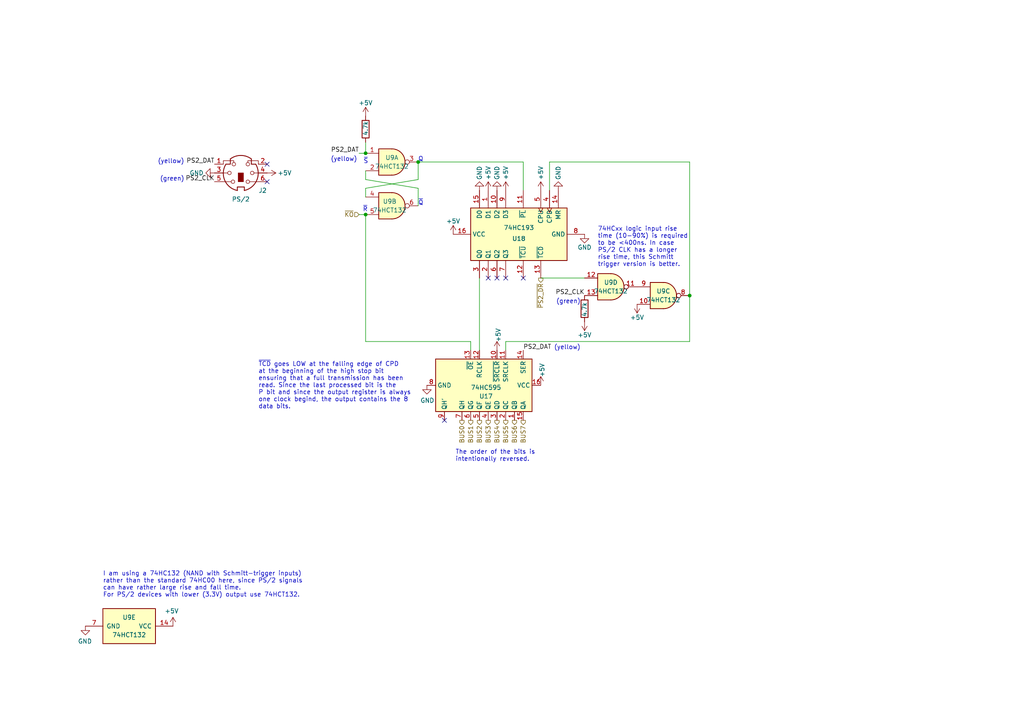
<source format=kicad_sch>
(kicad_sch (version 20211123) (generator eeschema)

  (uuid 3456428e-1a01-4d75-8515-4be9a68bbc35)

  (paper "A4")

  (title_block
    (title "PS/2 Receiver")
    (date "2023-12-11")
    (rev "1.1")
    (comment 2 "creativecommons.org/licenses/by-nc-sa/4.0/")
    (comment 3 "This work is licensed under CC BY-NC-SA 4.0")
    (comment 4 "Author: Carsten Herting (slu4)")
  )

  (lib_symbols
    (symbol "74xx:74HC595" (in_bom yes) (on_board yes)
      (property "Reference" "U" (id 0) (at -7.62 13.97 0)
        (effects (font (size 1.27 1.27)))
      )
      (property "Value" "74HC595" (id 1) (at -7.62 -16.51 0)
        (effects (font (size 1.27 1.27)))
      )
      (property "Footprint" "" (id 2) (at 0 0 0)
        (effects (font (size 1.27 1.27)) hide)
      )
      (property "Datasheet" "http://www.ti.com/lit/ds/symlink/sn74hc595.pdf" (id 3) (at 0 0 0)
        (effects (font (size 1.27 1.27)) hide)
      )
      (property "ki_keywords" "HCMOS SR 3State" (id 4) (at 0 0 0)
        (effects (font (size 1.27 1.27)) hide)
      )
      (property "ki_description" "8-bit serial in/out Shift Register 3-State Outputs" (id 5) (at 0 0 0)
        (effects (font (size 1.27 1.27)) hide)
      )
      (property "ki_fp_filters" "DIP*W7.62mm* SOIC*3.9x9.9mm*P1.27mm* TSSOP*4.4x5mm*P0.65mm* SOIC*5.3x10.2mm*P1.27mm* SOIC*7.5x10.3mm*P1.27mm*" (id 6) (at 0 0 0)
        (effects (font (size 1.27 1.27)) hide)
      )
      (symbol "74HC595_1_0"
        (pin tri_state line (at 10.16 7.62 180) (length 2.54)
          (name "QB" (effects (font (size 1.27 1.27))))
          (number "1" (effects (font (size 1.27 1.27))))
        )
        (pin input line (at -10.16 2.54 0) (length 2.54)
          (name "~{SRCLR}" (effects (font (size 1.27 1.27))))
          (number "10" (effects (font (size 1.27 1.27))))
        )
        (pin input line (at -10.16 5.08 0) (length 2.54)
          (name "SRCLK" (effects (font (size 1.27 1.27))))
          (number "11" (effects (font (size 1.27 1.27))))
        )
        (pin input line (at -10.16 -2.54 0) (length 2.54)
          (name "RCLK" (effects (font (size 1.27 1.27))))
          (number "12" (effects (font (size 1.27 1.27))))
        )
        (pin input line (at -10.16 -5.08 0) (length 2.54)
          (name "~{OE}" (effects (font (size 1.27 1.27))))
          (number "13" (effects (font (size 1.27 1.27))))
        )
        (pin input line (at -10.16 10.16 0) (length 2.54)
          (name "SER" (effects (font (size 1.27 1.27))))
          (number "14" (effects (font (size 1.27 1.27))))
        )
        (pin tri_state line (at 10.16 10.16 180) (length 2.54)
          (name "QA" (effects (font (size 1.27 1.27))))
          (number "15" (effects (font (size 1.27 1.27))))
        )
        (pin power_in line (at 0 15.24 270) (length 2.54)
          (name "VCC" (effects (font (size 1.27 1.27))))
          (number "16" (effects (font (size 1.27 1.27))))
        )
        (pin tri_state line (at 10.16 5.08 180) (length 2.54)
          (name "QC" (effects (font (size 1.27 1.27))))
          (number "2" (effects (font (size 1.27 1.27))))
        )
        (pin tri_state line (at 10.16 2.54 180) (length 2.54)
          (name "QD" (effects (font (size 1.27 1.27))))
          (number "3" (effects (font (size 1.27 1.27))))
        )
        (pin tri_state line (at 10.16 0 180) (length 2.54)
          (name "QE" (effects (font (size 1.27 1.27))))
          (number "4" (effects (font (size 1.27 1.27))))
        )
        (pin tri_state line (at 10.16 -2.54 180) (length 2.54)
          (name "QF" (effects (font (size 1.27 1.27))))
          (number "5" (effects (font (size 1.27 1.27))))
        )
        (pin tri_state line (at 10.16 -5.08 180) (length 2.54)
          (name "QG" (effects (font (size 1.27 1.27))))
          (number "6" (effects (font (size 1.27 1.27))))
        )
        (pin tri_state line (at 10.16 -7.62 180) (length 2.54)
          (name "QH" (effects (font (size 1.27 1.27))))
          (number "7" (effects (font (size 1.27 1.27))))
        )
        (pin power_in line (at 0 -17.78 90) (length 2.54)
          (name "GND" (effects (font (size 1.27 1.27))))
          (number "8" (effects (font (size 1.27 1.27))))
        )
        (pin output line (at 10.16 -12.7 180) (length 2.54)
          (name "QH'" (effects (font (size 1.27 1.27))))
          (number "9" (effects (font (size 1.27 1.27))))
        )
      )
      (symbol "74HC595_1_1"
        (rectangle (start -7.62 12.7) (end 7.62 -15.24)
          (stroke (width 0.254) (type default) (color 0 0 0 0))
          (fill (type background))
        )
      )
    )
    (symbol "8-Bit CPU 32k:74HC132" (pin_names (offset 1.016)) (in_bom yes) (on_board yes)
      (property "Reference" "U" (id 0) (at 0 1.27 0)
        (effects (font (size 1.27 1.27)))
      )
      (property "Value" "74HC132" (id 1) (at 0 -1.27 0)
        (effects (font (size 1.27 1.27)))
      )
      (property "Footprint" "" (id 2) (at 0 0 0)
        (effects (font (size 1.27 1.27)) hide)
      )
      (property "Datasheet" "" (id 3) (at 0 0 0)
        (effects (font (size 1.27 1.27)) hide)
      )
      (property "ki_locked" "" (id 4) (at 0 0 0)
        (effects (font (size 1.27 1.27)))
      )
      (property "ki_fp_filters" "DIP*W7.62mm* SO14*" (id 5) (at 0 0 0)
        (effects (font (size 1.27 1.27)) hide)
      )
      (symbol "74HC132_1_1"
        (arc (start 0 -3.81) (mid 3.81 0) (end 0 3.81)
          (stroke (width 0.254) (type default) (color 0 0 0 0))
          (fill (type background))
        )
        (polyline
          (pts
            (xy 0 3.81)
            (xy -3.81 3.81)
            (xy -3.81 -3.81)
            (xy 0 -3.81)
          )
          (stroke (width 0.254) (type default) (color 0 0 0 0))
          (fill (type background))
        )
        (pin input line (at -7.62 2.54 0) (length 3.81)
          (name "~" (effects (font (size 1.27 1.27))))
          (number "1" (effects (font (size 1.27 1.27))))
        )
        (pin input line (at -7.62 -2.54 0) (length 3.81)
          (name "~" (effects (font (size 1.27 1.27))))
          (number "2" (effects (font (size 1.27 1.27))))
        )
        (pin output inverted (at 7.62 0 180) (length 3.81)
          (name "~" (effects (font (size 1.27 1.27))))
          (number "3" (effects (font (size 1.27 1.27))))
        )
      )
      (symbol "74HC132_1_2"
        (arc (start -3.81 -3.81) (mid -2.589 0) (end -3.81 3.81)
          (stroke (width 0.254) (type default) (color 0 0 0 0))
          (fill (type none))
        )
        (arc (start -0.6096 -3.81) (mid 2.1842 -2.5851) (end 3.81 0)
          (stroke (width 0.254) (type default) (color 0 0 0 0))
          (fill (type background))
        )
        (polyline
          (pts
            (xy -3.81 -3.81)
            (xy -0.635 -3.81)
          )
          (stroke (width 0.254) (type default) (color 0 0 0 0))
          (fill (type background))
        )
        (polyline
          (pts
            (xy -3.81 3.81)
            (xy -0.635 3.81)
          )
          (stroke (width 0.254) (type default) (color 0 0 0 0))
          (fill (type background))
        )
        (polyline
          (pts
            (xy -0.635 3.81)
            (xy -3.81 3.81)
            (xy -3.81 3.81)
            (xy -3.556 3.4036)
            (xy -3.0226 2.2606)
            (xy -2.6924 1.0414)
            (xy -2.6162 -0.254)
            (xy -2.7686 -1.4986)
            (xy -3.175 -2.7178)
            (xy -3.81 -3.81)
            (xy -3.81 -3.81)
            (xy -0.635 -3.81)
          )
          (stroke (width -25.4) (type default) (color 0 0 0 0))
          (fill (type background))
        )
        (arc (start 3.81 0) (mid 2.1915 2.5936) (end -0.6096 3.81)
          (stroke (width 0.254) (type default) (color 0 0 0 0))
          (fill (type background))
        )
        (pin input inverted (at -7.62 2.54 0) (length 4.318)
          (name "~" (effects (font (size 1.27 1.27))))
          (number "1" (effects (font (size 1.27 1.27))))
        )
        (pin input inverted (at -7.62 -2.54 0) (length 4.318)
          (name "~" (effects (font (size 1.27 1.27))))
          (number "2" (effects (font (size 1.27 1.27))))
        )
        (pin output line (at 7.62 0 180) (length 3.81)
          (name "~" (effects (font (size 1.27 1.27))))
          (number "3" (effects (font (size 1.27 1.27))))
        )
      )
      (symbol "74HC132_2_1"
        (arc (start 0 -3.81) (mid 3.81 0) (end 0 3.81)
          (stroke (width 0.254) (type default) (color 0 0 0 0))
          (fill (type background))
        )
        (polyline
          (pts
            (xy 0 3.81)
            (xy -3.81 3.81)
            (xy -3.81 -3.81)
            (xy 0 -3.81)
          )
          (stroke (width 0.254) (type default) (color 0 0 0 0))
          (fill (type background))
        )
        (pin input line (at -7.62 2.54 0) (length 3.81)
          (name "~" (effects (font (size 1.27 1.27))))
          (number "4" (effects (font (size 1.27 1.27))))
        )
        (pin input line (at -7.62 -2.54 0) (length 3.81)
          (name "~" (effects (font (size 1.27 1.27))))
          (number "5" (effects (font (size 1.27 1.27))))
        )
        (pin output inverted (at 7.62 0 180) (length 3.81)
          (name "~" (effects (font (size 1.27 1.27))))
          (number "6" (effects (font (size 1.27 1.27))))
        )
      )
      (symbol "74HC132_2_2"
        (arc (start -3.81 -3.81) (mid -2.589 0) (end -3.81 3.81)
          (stroke (width 0.254) (type default) (color 0 0 0 0))
          (fill (type none))
        )
        (arc (start -0.6096 -3.81) (mid 2.1842 -2.5851) (end 3.81 0)
          (stroke (width 0.254) (type default) (color 0 0 0 0))
          (fill (type background))
        )
        (polyline
          (pts
            (xy -3.81 -3.81)
            (xy -0.635 -3.81)
          )
          (stroke (width 0.254) (type default) (color 0 0 0 0))
          (fill (type background))
        )
        (polyline
          (pts
            (xy -3.81 3.81)
            (xy -0.635 3.81)
          )
          (stroke (width 0.254) (type default) (color 0 0 0 0))
          (fill (type background))
        )
        (polyline
          (pts
            (xy -0.635 3.81)
            (xy -3.81 3.81)
            (xy -3.81 3.81)
            (xy -3.556 3.4036)
            (xy -3.0226 2.2606)
            (xy -2.6924 1.0414)
            (xy -2.6162 -0.254)
            (xy -2.7686 -1.4986)
            (xy -3.175 -2.7178)
            (xy -3.81 -3.81)
            (xy -3.81 -3.81)
            (xy -0.635 -3.81)
          )
          (stroke (width -25.4) (type default) (color 0 0 0 0))
          (fill (type background))
        )
        (arc (start 3.81 0) (mid 2.1915 2.5936) (end -0.6096 3.81)
          (stroke (width 0.254) (type default) (color 0 0 0 0))
          (fill (type background))
        )
        (pin input inverted (at -7.62 2.54 0) (length 4.318)
          (name "~" (effects (font (size 1.27 1.27))))
          (number "4" (effects (font (size 1.27 1.27))))
        )
        (pin input inverted (at -7.62 -2.54 0) (length 4.318)
          (name "~" (effects (font (size 1.27 1.27))))
          (number "5" (effects (font (size 1.27 1.27))))
        )
        (pin output line (at 7.62 0 180) (length 3.81)
          (name "~" (effects (font (size 1.27 1.27))))
          (number "6" (effects (font (size 1.27 1.27))))
        )
      )
      (symbol "74HC132_3_1"
        (arc (start 0 -3.81) (mid 3.81 0) (end 0 3.81)
          (stroke (width 0.254) (type default) (color 0 0 0 0))
          (fill (type background))
        )
        (polyline
          (pts
            (xy 0 3.81)
            (xy -3.81 3.81)
            (xy -3.81 -3.81)
            (xy 0 -3.81)
          )
          (stroke (width 0.254) (type default) (color 0 0 0 0))
          (fill (type background))
        )
        (pin input line (at -7.62 -2.54 0) (length 3.81)
          (name "~" (effects (font (size 1.27 1.27))))
          (number "10" (effects (font (size 1.27 1.27))))
        )
        (pin output inverted (at 7.62 0 180) (length 3.81)
          (name "~" (effects (font (size 1.27 1.27))))
          (number "8" (effects (font (size 1.27 1.27))))
        )
        (pin input line (at -7.62 2.54 0) (length 3.81)
          (name "~" (effects (font (size 1.27 1.27))))
          (number "9" (effects (font (size 1.27 1.27))))
        )
      )
      (symbol "74HC132_3_2"
        (arc (start -3.81 -3.81) (mid -2.589 0) (end -3.81 3.81)
          (stroke (width 0.254) (type default) (color 0 0 0 0))
          (fill (type none))
        )
        (arc (start -0.6096 -3.81) (mid 2.1842 -2.5851) (end 3.81 0)
          (stroke (width 0.254) (type default) (color 0 0 0 0))
          (fill (type background))
        )
        (polyline
          (pts
            (xy -3.81 -3.81)
            (xy -0.635 -3.81)
          )
          (stroke (width 0.254) (type default) (color 0 0 0 0))
          (fill (type background))
        )
        (polyline
          (pts
            (xy -3.81 3.81)
            (xy -0.635 3.81)
          )
          (stroke (width 0.254) (type default) (color 0 0 0 0))
          (fill (type background))
        )
        (polyline
          (pts
            (xy -0.635 3.81)
            (xy -3.81 3.81)
            (xy -3.81 3.81)
            (xy -3.556 3.4036)
            (xy -3.0226 2.2606)
            (xy -2.6924 1.0414)
            (xy -2.6162 -0.254)
            (xy -2.7686 -1.4986)
            (xy -3.175 -2.7178)
            (xy -3.81 -3.81)
            (xy -3.81 -3.81)
            (xy -0.635 -3.81)
          )
          (stroke (width -25.4) (type default) (color 0 0 0 0))
          (fill (type background))
        )
        (arc (start 3.81 0) (mid 2.1915 2.5936) (end -0.6096 3.81)
          (stroke (width 0.254) (type default) (color 0 0 0 0))
          (fill (type background))
        )
        (pin input inverted (at -7.62 -2.54 0) (length 4.318)
          (name "~" (effects (font (size 1.27 1.27))))
          (number "10" (effects (font (size 1.27 1.27))))
        )
        (pin output line (at 7.62 0 180) (length 3.81)
          (name "~" (effects (font (size 1.27 1.27))))
          (number "8" (effects (font (size 1.27 1.27))))
        )
        (pin input inverted (at -7.62 2.54 0) (length 4.318)
          (name "~" (effects (font (size 1.27 1.27))))
          (number "9" (effects (font (size 1.27 1.27))))
        )
      )
      (symbol "74HC132_4_1"
        (arc (start 0 -3.81) (mid 3.81 0) (end 0 3.81)
          (stroke (width 0.254) (type default) (color 0 0 0 0))
          (fill (type background))
        )
        (polyline
          (pts
            (xy 0 3.81)
            (xy -3.81 3.81)
            (xy -3.81 -3.81)
            (xy 0 -3.81)
          )
          (stroke (width 0.254) (type default) (color 0 0 0 0))
          (fill (type background))
        )
        (pin output inverted (at 7.62 0 180) (length 3.81)
          (name "~" (effects (font (size 1.27 1.27))))
          (number "11" (effects (font (size 1.27 1.27))))
        )
        (pin input line (at -7.62 2.54 0) (length 3.81)
          (name "~" (effects (font (size 1.27 1.27))))
          (number "12" (effects (font (size 1.27 1.27))))
        )
        (pin input line (at -7.62 -2.54 0) (length 3.81)
          (name "~" (effects (font (size 1.27 1.27))))
          (number "13" (effects (font (size 1.27 1.27))))
        )
      )
      (symbol "74HC132_4_2"
        (arc (start -3.81 -3.81) (mid -2.589 0) (end -3.81 3.81)
          (stroke (width 0.254) (type default) (color 0 0 0 0))
          (fill (type none))
        )
        (arc (start -0.6096 -3.81) (mid 2.1842 -2.5851) (end 3.81 0)
          (stroke (width 0.254) (type default) (color 0 0 0 0))
          (fill (type background))
        )
        (polyline
          (pts
            (xy -3.81 -3.81)
            (xy -0.635 -3.81)
          )
          (stroke (width 0.254) (type default) (color 0 0 0 0))
          (fill (type background))
        )
        (polyline
          (pts
            (xy -3.81 3.81)
            (xy -0.635 3.81)
          )
          (stroke (width 0.254) (type default) (color 0 0 0 0))
          (fill (type background))
        )
        (polyline
          (pts
            (xy -0.635 3.81)
            (xy -3.81 3.81)
            (xy -3.81 3.81)
            (xy -3.556 3.4036)
            (xy -3.0226 2.2606)
            (xy -2.6924 1.0414)
            (xy -2.6162 -0.254)
            (xy -2.7686 -1.4986)
            (xy -3.175 -2.7178)
            (xy -3.81 -3.81)
            (xy -3.81 -3.81)
            (xy -0.635 -3.81)
          )
          (stroke (width -25.4) (type default) (color 0 0 0 0))
          (fill (type background))
        )
        (arc (start 3.81 0) (mid 2.1915 2.5936) (end -0.6096 3.81)
          (stroke (width 0.254) (type default) (color 0 0 0 0))
          (fill (type background))
        )
        (pin output line (at 7.62 0 180) (length 3.81)
          (name "~" (effects (font (size 1.27 1.27))))
          (number "11" (effects (font (size 1.27 1.27))))
        )
        (pin input inverted (at -7.62 2.54 0) (length 4.318)
          (name "~" (effects (font (size 1.27 1.27))))
          (number "12" (effects (font (size 1.27 1.27))))
        )
        (pin input inverted (at -7.62 -2.54 0) (length 4.318)
          (name "~" (effects (font (size 1.27 1.27))))
          (number "13" (effects (font (size 1.27 1.27))))
        )
      )
      (symbol "74HC132_5_0"
        (pin power_in line (at 0 12.7 270) (length 5.08)
          (name "VCC" (effects (font (size 1.27 1.27))))
          (number "14" (effects (font (size 1.27 1.27))))
        )
        (pin power_in line (at 0 -12.7 90) (length 5.08)
          (name "GND" (effects (font (size 1.27 1.27))))
          (number "7" (effects (font (size 1.27 1.27))))
        )
      )
      (symbol "74HC132_5_1"
        (rectangle (start -5.08 7.62) (end 5.08 -7.62)
          (stroke (width 0.254) (type default) (color 0 0 0 0))
          (fill (type background))
        )
      )
    )
    (symbol "8-Bit CPU 32k:74HC193" (in_bom yes) (on_board yes)
      (property "Reference" "U" (id 0) (at -7.62 13.97 0)
        (effects (font (size 1.27 1.27)))
      )
      (property "Value" "74HC193" (id 1) (at 5.08 13.97 0)
        (effects (font (size 1.27 1.27)))
      )
      (property "Footprint" "" (id 2) (at 0 0 0)
        (effects (font (size 1.27 1.27)) hide)
      )
      (property "Datasheet" "http://www.ti.com/lit/ds/symlink/sn74ls193.pdf" (id 3) (at 0 0 0)
        (effects (font (size 1.27 1.27)) hide)
      )
      (property "ki_keywords" "TTL CNT CNT4" (id 4) (at 0 0 0)
        (effects (font (size 1.27 1.27)) hide)
      )
      (property "ki_description" "Synchronous 4-bit Up/Down (2 clk) counter" (id 5) (at 0 0 0)
        (effects (font (size 1.27 1.27)) hide)
      )
      (property "ki_fp_filters" "SOIC*3.9x9.9mm*P1.27mm* DIP*W7.62mm*" (id 6) (at 0 0 0)
        (effects (font (size 1.27 1.27)) hide)
      )
      (symbol "74HC193_1_0"
        (pin input line (at -12.7 7.62 0) (length 5.08)
          (name "D1" (effects (font (size 1.27 1.27))))
          (number "1" (effects (font (size 1.27 1.27))))
        )
        (pin input line (at -12.7 5.08 0) (length 5.08)
          (name "D2" (effects (font (size 1.27 1.27))))
          (number "10" (effects (font (size 1.27 1.27))))
        )
        (pin input line (at -12.7 -2.54 0) (length 5.08)
          (name "~{PL}" (effects (font (size 1.27 1.27))))
          (number "11" (effects (font (size 1.27 1.27))))
        )
        (pin output line (at 12.7 -2.54 180) (length 5.08)
          (name "~{TCU}" (effects (font (size 1.27 1.27))))
          (number "12" (effects (font (size 1.27 1.27))))
        )
        (pin output line (at 12.7 -7.62 180) (length 5.08)
          (name "~{TCD}" (effects (font (size 1.27 1.27))))
          (number "13" (effects (font (size 1.27 1.27))))
        )
        (pin input line (at -12.7 -12.7 0) (length 5.08)
          (name "MR" (effects (font (size 1.27 1.27))))
          (number "14" (effects (font (size 1.27 1.27))))
        )
        (pin input line (at -12.7 10.16 0) (length 5.08)
          (name "D0" (effects (font (size 1.27 1.27))))
          (number "15" (effects (font (size 1.27 1.27))))
        )
        (pin power_in line (at 0 17.78 270) (length 5.08)
          (name "VCC" (effects (font (size 1.27 1.27))))
          (number "16" (effects (font (size 1.27 1.27))))
        )
        (pin output line (at 12.7 7.62 180) (length 5.08)
          (name "Q1" (effects (font (size 1.27 1.27))))
          (number "2" (effects (font (size 1.27 1.27))))
        )
        (pin output line (at 12.7 10.16 180) (length 5.08)
          (name "Q0" (effects (font (size 1.27 1.27))))
          (number "3" (effects (font (size 1.27 1.27))))
        )
        (pin input clock (at -12.7 -10.16 0) (length 5.08)
          (name "CPD" (effects (font (size 1.27 1.27))))
          (number "4" (effects (font (size 1.27 1.27))))
        )
        (pin input clock (at -12.7 -7.62 0) (length 5.08)
          (name "CPU" (effects (font (size 1.27 1.27))))
          (number "5" (effects (font (size 1.27 1.27))))
        )
        (pin output line (at 12.7 5.08 180) (length 5.08)
          (name "Q2" (effects (font (size 1.27 1.27))))
          (number "6" (effects (font (size 1.27 1.27))))
        )
        (pin output line (at 12.7 2.54 180) (length 5.08)
          (name "Q3" (effects (font (size 1.27 1.27))))
          (number "7" (effects (font (size 1.27 1.27))))
        )
        (pin power_in line (at 0 -20.32 90) (length 5.08)
          (name "GND" (effects (font (size 1.27 1.27))))
          (number "8" (effects (font (size 1.27 1.27))))
        )
        (pin input line (at -12.7 2.54 0) (length 5.08)
          (name "D3" (effects (font (size 1.27 1.27))))
          (number "9" (effects (font (size 1.27 1.27))))
        )
      )
      (symbol "74HC193_1_1"
        (rectangle (start -7.62 12.7) (end 7.62 -15.24)
          (stroke (width 0.254) (type default) (color 0 0 0 0))
          (fill (type background))
        )
      )
    )
    (symbol "Connector:Mini-DIN-6" (pin_names (offset 1.016)) (in_bom yes) (on_board yes)
      (property "Reference" "J" (id 0) (at 0 6.35 0)
        (effects (font (size 1.27 1.27)))
      )
      (property "Value" "Mini-DIN-6" (id 1) (at 0 -6.35 0)
        (effects (font (size 1.27 1.27)))
      )
      (property "Footprint" "" (id 2) (at 0 0 0)
        (effects (font (size 1.27 1.27)) hide)
      )
      (property "Datasheet" "http://service.powerdynamics.com/ec/Catalog17/Section%2011.pdf" (id 3) (at 0 0 0)
        (effects (font (size 1.27 1.27)) hide)
      )
      (property "ki_keywords" "Mini-DIN" (id 4) (at 0 0 0)
        (effects (font (size 1.27 1.27)) hide)
      )
      (property "ki_description" "6-pin Mini-DIN connector" (id 5) (at 0 0 0)
        (effects (font (size 1.27 1.27)) hide)
      )
      (property "ki_fp_filters" "MINI?DIN*" (id 6) (at 0 0 0)
        (effects (font (size 1.27 1.27)) hide)
      )
      (symbol "Mini-DIN-6_0_1"
        (circle (center -3.302 0) (radius 0.508)
          (stroke (width 0) (type default) (color 0 0 0 0))
          (fill (type none))
        )
        (arc (start -3.048 -4.064) (mid 0 -5.08) (end 3.048 -4.064)
          (stroke (width 0.254) (type default) (color 0 0 0 0))
          (fill (type none))
        )
        (circle (center -2.032 -2.54) (radius 0.508)
          (stroke (width 0) (type default) (color 0 0 0 0))
          (fill (type none))
        )
        (circle (center -2.032 2.54) (radius 0.508)
          (stroke (width 0) (type default) (color 0 0 0 0))
          (fill (type none))
        )
        (arc (start -1.016 5.08) (mid -4.6228 2.1214) (end -4.318 -2.54)
          (stroke (width 0.254) (type default) (color 0 0 0 0))
          (fill (type none))
        )
        (rectangle (start -0.762 2.54) (end 0.762 0)
          (stroke (width 0) (type default) (color 0 0 0 0))
          (fill (type outline))
        )
        (polyline
          (pts
            (xy -3.81 0)
            (xy -5.08 0)
          )
          (stroke (width 0) (type default) (color 0 0 0 0))
          (fill (type none))
        )
        (polyline
          (pts
            (xy -2.54 2.54)
            (xy -5.08 2.54)
          )
          (stroke (width 0) (type default) (color 0 0 0 0))
          (fill (type none))
        )
        (polyline
          (pts
            (xy 2.794 2.54)
            (xy 5.08 2.54)
          )
          (stroke (width 0) (type default) (color 0 0 0 0))
          (fill (type none))
        )
        (polyline
          (pts
            (xy 5.08 0)
            (xy 3.81 0)
          )
          (stroke (width 0) (type default) (color 0 0 0 0))
          (fill (type none))
        )
        (polyline
          (pts
            (xy -4.318 -2.54)
            (xy -3.048 -2.54)
            (xy -3.048 -4.064)
          )
          (stroke (width 0.254) (type default) (color 0 0 0 0))
          (fill (type none))
        )
        (polyline
          (pts
            (xy 4.318 -2.54)
            (xy 3.048 -2.54)
            (xy 3.048 -4.064)
          )
          (stroke (width 0.254) (type default) (color 0 0 0 0))
          (fill (type none))
        )
        (polyline
          (pts
            (xy -2.032 -3.048)
            (xy -2.032 -3.556)
            (xy -5.08 -3.556)
            (xy -5.08 -2.54)
          )
          (stroke (width 0) (type default) (color 0 0 0 0))
          (fill (type none))
        )
        (polyline
          (pts
            (xy -1.016 5.08)
            (xy -1.016 4.064)
            (xy 1.016 4.064)
            (xy 1.016 5.08)
          )
          (stroke (width 0.254) (type default) (color 0 0 0 0))
          (fill (type none))
        )
        (polyline
          (pts
            (xy 2.032 -3.048)
            (xy 2.032 -3.556)
            (xy 5.08 -3.556)
            (xy 5.08 -2.54)
          )
          (stroke (width 0) (type default) (color 0 0 0 0))
          (fill (type none))
        )
        (circle (center 2.032 -2.54) (radius 0.508)
          (stroke (width 0) (type default) (color 0 0 0 0))
          (fill (type none))
        )
        (circle (center 2.286 2.54) (radius 0.508)
          (stroke (width 0) (type default) (color 0 0 0 0))
          (fill (type none))
        )
        (circle (center 3.302 0) (radius 0.508)
          (stroke (width 0) (type default) (color 0 0 0 0))
          (fill (type none))
        )
        (arc (start 4.318 -2.54) (mid 4.6661 2.1322) (end 1.016 5.08)
          (stroke (width 0.254) (type default) (color 0 0 0 0))
          (fill (type none))
        )
      )
      (symbol "Mini-DIN-6_1_1"
        (pin passive line (at 7.62 -2.54 180) (length 2.54)
          (name "~" (effects (font (size 1.27 1.27))))
          (number "1" (effects (font (size 1.27 1.27))))
        )
        (pin passive line (at -7.62 -2.54 0) (length 2.54)
          (name "~" (effects (font (size 1.27 1.27))))
          (number "2" (effects (font (size 1.27 1.27))))
        )
        (pin passive line (at 7.62 0 180) (length 2.54)
          (name "~" (effects (font (size 1.27 1.27))))
          (number "3" (effects (font (size 1.27 1.27))))
        )
        (pin passive line (at -7.62 0 0) (length 2.54)
          (name "~" (effects (font (size 1.27 1.27))))
          (number "4" (effects (font (size 1.27 1.27))))
        )
        (pin passive line (at 7.62 2.54 180) (length 2.54)
          (name "~" (effects (font (size 1.27 1.27))))
          (number "5" (effects (font (size 1.27 1.27))))
        )
        (pin passive line (at -7.62 2.54 0) (length 2.54)
          (name "~" (effects (font (size 1.27 1.27))))
          (number "6" (effects (font (size 1.27 1.27))))
        )
      )
    )
    (symbol "Device:R" (pin_numbers hide) (pin_names (offset 0)) (in_bom yes) (on_board yes)
      (property "Reference" "R" (id 0) (at 2.032 0 90)
        (effects (font (size 1.27 1.27)))
      )
      (property "Value" "R" (id 1) (at 0 0 90)
        (effects (font (size 1.27 1.27)))
      )
      (property "Footprint" "" (id 2) (at -1.778 0 90)
        (effects (font (size 1.27 1.27)) hide)
      )
      (property "Datasheet" "~" (id 3) (at 0 0 0)
        (effects (font (size 1.27 1.27)) hide)
      )
      (property "ki_keywords" "R res resistor" (id 4) (at 0 0 0)
        (effects (font (size 1.27 1.27)) hide)
      )
      (property "ki_description" "Resistor" (id 5) (at 0 0 0)
        (effects (font (size 1.27 1.27)) hide)
      )
      (property "ki_fp_filters" "R_*" (id 6) (at 0 0 0)
        (effects (font (size 1.27 1.27)) hide)
      )
      (symbol "R_0_1"
        (rectangle (start -1.016 -2.54) (end 1.016 2.54)
          (stroke (width 0.254) (type default) (color 0 0 0 0))
          (fill (type none))
        )
      )
      (symbol "R_1_1"
        (pin passive line (at 0 3.81 270) (length 1.27)
          (name "~" (effects (font (size 1.27 1.27))))
          (number "1" (effects (font (size 1.27 1.27))))
        )
        (pin passive line (at 0 -3.81 90) (length 1.27)
          (name "~" (effects (font (size 1.27 1.27))))
          (number "2" (effects (font (size 1.27 1.27))))
        )
      )
    )
    (symbol "power:+5V" (power) (pin_names (offset 0)) (in_bom yes) (on_board yes)
      (property "Reference" "#PWR" (id 0) (at 0 -3.81 0)
        (effects (font (size 1.27 1.27)) hide)
      )
      (property "Value" "+5V" (id 1) (at 0 3.556 0)
        (effects (font (size 1.27 1.27)))
      )
      (property "Footprint" "" (id 2) (at 0 0 0)
        (effects (font (size 1.27 1.27)) hide)
      )
      (property "Datasheet" "" (id 3) (at 0 0 0)
        (effects (font (size 1.27 1.27)) hide)
      )
      (property "ki_keywords" "power-flag" (id 4) (at 0 0 0)
        (effects (font (size 1.27 1.27)) hide)
      )
      (property "ki_description" "Power symbol creates a global label with name \"+5V\"" (id 5) (at 0 0 0)
        (effects (font (size 1.27 1.27)) hide)
      )
      (symbol "+5V_0_1"
        (polyline
          (pts
            (xy -0.762 1.27)
            (xy 0 2.54)
          )
          (stroke (width 0) (type default) (color 0 0 0 0))
          (fill (type none))
        )
        (polyline
          (pts
            (xy 0 0)
            (xy 0 2.54)
          )
          (stroke (width 0) (type default) (color 0 0 0 0))
          (fill (type none))
        )
        (polyline
          (pts
            (xy 0 2.54)
            (xy 0.762 1.27)
          )
          (stroke (width 0) (type default) (color 0 0 0 0))
          (fill (type none))
        )
      )
      (symbol "+5V_1_1"
        (pin power_in line (at 0 0 90) (length 0) hide
          (name "+5V" (effects (font (size 1.27 1.27))))
          (number "1" (effects (font (size 1.27 1.27))))
        )
      )
    )
    (symbol "power:GND" (power) (pin_names (offset 0)) (in_bom yes) (on_board yes)
      (property "Reference" "#PWR" (id 0) (at 0 -6.35 0)
        (effects (font (size 1.27 1.27)) hide)
      )
      (property "Value" "GND" (id 1) (at 0 -3.81 0)
        (effects (font (size 1.27 1.27)))
      )
      (property "Footprint" "" (id 2) (at 0 0 0)
        (effects (font (size 1.27 1.27)) hide)
      )
      (property "Datasheet" "" (id 3) (at 0 0 0)
        (effects (font (size 1.27 1.27)) hide)
      )
      (property "ki_keywords" "power-flag" (id 4) (at 0 0 0)
        (effects (font (size 1.27 1.27)) hide)
      )
      (property "ki_description" "Power symbol creates a global label with name \"GND\" , ground" (id 5) (at 0 0 0)
        (effects (font (size 1.27 1.27)) hide)
      )
      (symbol "GND_0_1"
        (polyline
          (pts
            (xy 0 0)
            (xy 0 -1.27)
            (xy 1.27 -1.27)
            (xy 0 -2.54)
            (xy -1.27 -1.27)
            (xy 0 -1.27)
          )
          (stroke (width 0) (type default) (color 0 0 0 0))
          (fill (type none))
        )
      )
      (symbol "GND_1_1"
        (pin power_in line (at 0 0 270) (length 0) hide
          (name "GND" (effects (font (size 1.27 1.27))))
          (number "1" (effects (font (size 1.27 1.27))))
        )
      )
    )
  )

  (junction (at 106.045 44.45) (diameter 0) (color 0 0 0 0)
    (uuid 03b241ba-0e7f-44cb-9d94-070f0df04c11)
  )
  (junction (at 106.045 62.23) (diameter 0) (color 0 0 0 0)
    (uuid 4077a75c-0f7f-430f-bf29-3f610eab2b45)
  )
  (junction (at 121.285 46.99) (diameter 0) (color 0 0 0 0)
    (uuid d2702105-3838-4358-adb9-8b3d8f634e9c)
  )
  (junction (at 200.025 85.725) (diameter 0) (color 0 0 0 0)
    (uuid fbbfb05c-57d6-4fc4-8650-5cb9a4218e2c)
  )

  (no_connect (at 141.605 80.645) (uuid 3497a1e4-c12a-4f8a-8a8d-fe98de6ba583))
  (no_connect (at 77.47 47.625) (uuid 59762be6-3448-41b3-82be-82d7b442f5a6))
  (no_connect (at 77.47 52.705) (uuid 84ecd1cd-ef0c-44a1-948e-b65075e27a68))
  (no_connect (at 146.685 80.645) (uuid aad6f2a9-105f-4042-ac5a-1cc557bfd6b9))
  (no_connect (at 151.765 80.645) (uuid d4205fb1-8fd8-4e18-8b4b-fad3169845ca))
  (no_connect (at 144.145 80.645) (uuid d4205fb1-8fd8-4e18-8b4b-fad3169845cb))
  (no_connect (at 128.905 121.92) (uuid ef7c1122-32c5-474e-9a40-089ce3aaa002))

  (wire (pts (xy 106.045 54.61) (xy 121.285 52.07))
    (stroke (width 0) (type default) (color 0 0 0 0))
    (uuid 174c1b41-98af-40fa-aa1b-98b826fc88fd)
  )
  (wire (pts (xy 136.525 99.06) (xy 106.045 99.06))
    (stroke (width 0) (type default) (color 0 0 0 0))
    (uuid 1860f751-3cae-4aa7-a8d0-5a0fcda9a0b4)
  )
  (wire (pts (xy 200.025 46.99) (xy 200.025 85.725))
    (stroke (width 0) (type default) (color 0 0 0 0))
    (uuid 4194576d-8da2-4460-a34f-c1cf176afb1c)
  )
  (wire (pts (xy 104.14 62.23) (xy 106.045 62.23))
    (stroke (width 0) (type default) (color 0 0 0 0))
    (uuid 492ffeb0-0431-4891-b93f-cc30fa59a953)
  )
  (wire (pts (xy 159.385 46.99) (xy 200.025 46.99))
    (stroke (width 0) (type default) (color 0 0 0 0))
    (uuid 50b6d84a-4c93-4b3d-8a06-1ce1d2d47a9c)
  )
  (wire (pts (xy 139.065 80.645) (xy 139.065 101.6))
    (stroke (width 0) (type default) (color 0 0 0 0))
    (uuid 54962b3a-acbf-47d0-880d-304dd56cc8b6)
  )
  (wire (pts (xy 156.845 80.645) (xy 169.545 80.645))
    (stroke (width 0) (type default) (color 0 0 0 0))
    (uuid 5ae90e69-d7a2-4442-b539-813e2867acef)
  )
  (wire (pts (xy 146.685 99.06) (xy 146.685 101.6))
    (stroke (width 0) (type default) (color 0 0 0 0))
    (uuid 697735d3-99ca-4766-8213-4a2a6911a49f)
  )
  (wire (pts (xy 106.045 44.45) (xy 106.045 41.275))
    (stroke (width 0) (type default) (color 0 0 0 0))
    (uuid 7910d241-7f98-4958-b24d-6bc235592207)
  )
  (wire (pts (xy 106.045 52.07) (xy 121.285 54.61))
    (stroke (width 0) (type default) (color 0 0 0 0))
    (uuid 8364206b-101f-429a-829e-c4cdbf3578ee)
  )
  (wire (pts (xy 106.045 49.53) (xy 106.045 52.07))
    (stroke (width 0) (type default) (color 0 0 0 0))
    (uuid 83f22a61-a77c-46fc-8555-64621e8b572f)
  )
  (wire (pts (xy 136.525 101.6) (xy 136.525 99.06))
    (stroke (width 0) (type default) (color 0 0 0 0))
    (uuid 88346873-fce8-4a3b-8c0b-a41234d8f2b4)
  )
  (wire (pts (xy 121.285 52.07) (xy 121.285 46.99))
    (stroke (width 0) (type default) (color 0 0 0 0))
    (uuid 9c30665a-2a6b-4471-859a-2a2e48d260b1)
  )
  (wire (pts (xy 121.285 54.61) (xy 121.285 59.69))
    (stroke (width 0) (type default) (color 0 0 0 0))
    (uuid a553ec2b-0725-403f-8413-aadd1bcf3b98)
  )
  (wire (pts (xy 106.045 62.23) (xy 106.045 99.06))
    (stroke (width 0) (type default) (color 0 0 0 0))
    (uuid a7baba16-ac4e-4968-903b-cc70dc748e70)
  )
  (wire (pts (xy 106.045 57.15) (xy 106.045 54.61))
    (stroke (width 0) (type default) (color 0 0 0 0))
    (uuid a99caca2-96b6-4b98-9263-17acc65d768b)
  )
  (wire (pts (xy 200.025 99.06) (xy 146.685 99.06))
    (stroke (width 0) (type default) (color 0 0 0 0))
    (uuid c03e20b3-6894-40cd-86fa-ba0544994409)
  )
  (wire (pts (xy 159.385 55.245) (xy 159.385 46.99))
    (stroke (width 0) (type default) (color 0 0 0 0))
    (uuid dbdd6a77-39d5-4ab8-a17e-db76bdd7a30a)
  )
  (wire (pts (xy 200.025 85.725) (xy 200.025 99.06))
    (stroke (width 0) (type default) (color 0 0 0 0))
    (uuid e1af9635-59c4-41b6-89e4-a9587d22b384)
  )
  (wire (pts (xy 151.765 46.99) (xy 151.765 55.245))
    (stroke (width 0) (type default) (color 0 0 0 0))
    (uuid ee2fd687-95c8-4970-9068-0f905ada6516)
  )
  (wire (pts (xy 151.765 46.99) (xy 121.285 46.99))
    (stroke (width 0) (type default) (color 0 0 0 0))
    (uuid ee33c7b4-7668-418b-97d9-784b54736ed9)
  )
  (wire (pts (xy 104.14 44.45) (xy 106.045 44.45))
    (stroke (width 0) (type default) (color 0 0 0 0))
    (uuid f9894dd7-d90d-461a-900f-b90f1d054eb1)
  )

  (text "(green)" (at 46.355 52.705 0)
    (effects (font (size 1.27 1.27)) (justify left bottom))
    (uuid 10d3ba76-1735-4fed-a0cf-26f70036366e)
  )
  (text "(yellow)" (at 160.655 101.6 0)
    (effects (font (size 1.27 1.27)) (justify left bottom))
    (uuid 1734cf2a-0652-4560-b6f9-a2e6d4a8e683)
  )
  (text "~{Q}" (at 121.285 59.69 0)
    (effects (font (size 1.27 1.27)) (justify left bottom))
    (uuid 24d3e09a-39f4-4ed1-acb8-fcaf35f1e6cb)
  )
  (text "The order of the bits is\nintentionally reversed." (at 132.08 133.985 0)
    (effects (font (size 1.27 1.27)) (justify left bottom))
    (uuid 252ce961-79f6-43c5-9980-e5708a2f43e0)
  )
  (text "~{TCD} goes LOW at the falling edge of CPD\nat the beginning of the high stop bit\nensuring that a full transmission has been\nread. Since the last processed bit is the\nP bit and since the output register is always\none clock begind, the output contains the 8\ndata bits."
    (at 74.93 118.745 0)
    (effects (font (size 1.27 1.27)) (justify left bottom))
    (uuid 3ee89d72-c97e-412c-954b-a9d53d9e0504)
  )
  (text "(yellow)" (at 45.72 47.625 0)
    (effects (font (size 1.27 1.27)) (justify left bottom))
    (uuid 5808d9ee-a5e8-402f-9a11-2577246cbee5)
  )
  (text "(yellow)" (at 95.885 46.99 0)
    (effects (font (size 1.27 1.27)) (justify left bottom))
    (uuid 64f52bc3-fd93-4235-bda6-e1824eed03c8)
  )
  (text "(green)" (at 161.29 88.265 0)
    (effects (font (size 1.27 1.27)) (justify left bottom))
    (uuid 9355044c-e204-45d5-a5ae-14c192350ebe)
  )
  (text "Q" (at 121.285 46.99 0)
    (effects (font (size 1.27 1.27)) (justify left bottom))
    (uuid b225d010-4b05-4eb8-9d56-3799b2a590f6)
  )
  (text "~{R}" (at 106.68 61.595 180)
    (effects (font (size 1.27 1.27)) (justify right bottom))
    (uuid cf8ecd47-f13c-4a92-9977-395a0b975ffc)
  )
  (text "~{S}" (at 105.41 47.625 0)
    (effects (font (size 1.27 1.27)) (justify left bottom))
    (uuid d5b3f14c-da6f-4ffa-bfd5-7ca83ab80352)
  )
  (text "74HCxx logic input rise\ntime (10-90%) is required\nto be <400ns. In case\nPS/2 CLK has a longer\nrise time, this Schmitt\ntrigger version is better."
    (at 173.355 77.47 0)
    (effects (font (size 1.27 1.27)) (justify left bottom))
    (uuid e3e62594-e8d4-4a6f-998e-4d1a9f251260)
  )
  (text "I am using a 74HC132 (NAND with Schmitt-trigger inputs)\nrather than the standard 74HC00 here, since PS/2 signals\ncan have rather large rise and fall time.\nFor PS/2 devices with lower (3.3V) output use 74HCT132."
    (at 29.845 173.355 0)
    (effects (font (size 1.27 1.27)) (justify left bottom))
    (uuid ef38121e-15e5-47cd-a0ad-d067227d3388)
  )

  (label "PS2_DAT" (at 151.765 101.6 0)
    (effects (font (size 1.27 1.27)) (justify left bottom))
    (uuid 13c75b02-f270-487f-8518-499182d62d5c)
  )
  (label "PS2_CLK" (at 169.545 85.725 180)
    (effects (font (size 1.27 1.27)) (justify right bottom))
    (uuid 577e6af8-661c-420e-90bb-42695b2499dc)
  )
  (label "PS2_DAT" (at 62.23 47.625 180)
    (effects (font (size 1.27 1.27)) (justify right bottom))
    (uuid 7e417712-05f1-4fc2-b250-8d6b6cbd00e8)
  )
  (label "PS2_CLK" (at 62.23 52.705 180)
    (effects (font (size 1.27 1.27)) (justify right bottom))
    (uuid a7a4bd01-6e0e-48d9-9a28-e50b2c6ca1f3)
  )
  (label "PS2_DAT" (at 104.14 44.45 180)
    (effects (font (size 1.27 1.27)) (justify right bottom))
    (uuid e226acce-1041-4d1d-8eb8-17d041ab4a94)
  )

  (hierarchical_label "BUS2" (shape output) (at 139.065 121.92 270)
    (effects (font (size 1.27 1.27)) (justify right))
    (uuid 16d7d90a-24c5-4983-8718-ed619fc8cc26)
  )
  (hierarchical_label "BUS6" (shape output) (at 149.225 121.92 270)
    (effects (font (size 1.27 1.27)) (justify right))
    (uuid 39603257-e0ca-4e97-bffa-28133e3dfd87)
  )
  (hierarchical_label "BUS4" (shape output) (at 144.145 121.92 270)
    (effects (font (size 1.27 1.27)) (justify right))
    (uuid 587425dc-b71a-4808-974a-85d2132d1c49)
  )
  (hierarchical_label "~{PS2_DR}" (shape output) (at 156.845 80.645 270)
    (effects (font (size 1.27 1.27)) (justify right))
    (uuid 787d9226-92b3-4aff-b7ed-95c0ce06bf39)
  )
  (hierarchical_label "BUS1" (shape output) (at 136.525 121.92 270)
    (effects (font (size 1.27 1.27)) (justify right))
    (uuid 7cd9aaca-ded7-44cf-8878-967ff324d9cc)
  )
  (hierarchical_label "~{KO}" (shape input) (at 104.14 62.23 180)
    (effects (font (size 1.27 1.27)) (justify right))
    (uuid 80f34b84-6f4a-4f7a-9010-7bfd3d11b27c)
  )
  (hierarchical_label "BUS0" (shape output) (at 133.985 121.92 270)
    (effects (font (size 1.27 1.27)) (justify right))
    (uuid ba039452-c615-4aa2-86a3-499ea328533c)
  )
  (hierarchical_label "BUS7" (shape output) (at 151.765 121.92 270)
    (effects (font (size 1.27 1.27)) (justify right))
    (uuid c0e0fca4-721e-4f1f-9c52-2d2317166326)
  )
  (hierarchical_label "BUS5" (shape output) (at 146.685 121.92 270)
    (effects (font (size 1.27 1.27)) (justify right))
    (uuid cd1a5346-e999-49f9-994b-1a24f9ea7a98)
  )
  (hierarchical_label "BUS3" (shape output) (at 141.605 121.92 270)
    (effects (font (size 1.27 1.27)) (justify right))
    (uuid d6a2bb87-fd41-4ccd-8b08-0e17d4077307)
  )

  (symbol (lib_id "8-Bit CPU 32k:74HC132") (at 37.465 181.61 270) (unit 5)
    (in_bom yes) (on_board yes)
    (uuid 0b5715ef-7f1c-4144-ad40-268c7582d9ff)
    (property "Reference" "U9" (id 0) (at 37.465 179.07 90))
    (property "Value" "74HCT132" (id 1) (at 37.465 184.15 90))
    (property "Footprint" "Package_DIP:DIP-14_W7.62mm_Socket" (id 2) (at 37.465 181.61 0)
      (effects (font (size 1.27 1.27)) hide)
    )
    (property "Datasheet" "" (id 3) (at 37.465 181.61 0)
      (effects (font (size 1.27 1.27)) hide)
    )
    (pin "1" (uuid 12d54f29-4d67-4509-be15-08cdc13a1cb1))
    (pin "2" (uuid 1753bc79-a11d-4008-b7b7-034dc5ea51bf))
    (pin "3" (uuid ceb614e6-729e-4b7d-b457-9020b0ef8d94))
    (pin "4" (uuid 5f77f52d-9150-4c15-a2b8-093e42b4bd78))
    (pin "5" (uuid 5b7301d4-b3df-426e-8f2c-7b3db2eab71b))
    (pin "6" (uuid de427579-32fe-4e23-8e08-3b2d5decbf8f))
    (pin "10" (uuid ad307167-a36e-4df6-a21d-8ab85b0bf7bd))
    (pin "8" (uuid 295fdbc0-efa2-416c-970a-702f26f3f40d))
    (pin "9" (uuid b194167b-3e86-4de4-987a-05a7bea1dfd8))
    (pin "11" (uuid c65b3286-40b4-4408-92cc-9fe83c5c5b0f))
    (pin "12" (uuid ec8e456d-5d09-457e-9398-1fe365592e8f))
    (pin "13" (uuid 6123b9bf-3e9d-4137-84b7-862a2a85f56f))
    (pin "14" (uuid 02d15e96-34ee-4c2f-a919-3245713483bd))
    (pin "7" (uuid 098a4faa-cab0-478f-ad00-f45423dd4214))
  )

  (symbol (lib_id "power:+5V") (at 156.845 111.76 0) (unit 1)
    (in_bom yes) (on_board yes)
    (uuid 0bf8ca2a-3ffb-4a1c-be1b-da3f283a01a2)
    (property "Reference" "#PWR055" (id 0) (at 156.845 115.57 0)
      (effects (font (size 1.27 1.27)) hide)
    )
    (property "Value" "+5V" (id 1) (at 157.226 107.3658 90))
    (property "Footprint" "" (id 2) (at 156.845 111.76 0)
      (effects (font (size 1.27 1.27)) hide)
    )
    (property "Datasheet" "" (id 3) (at 156.845 111.76 0)
      (effects (font (size 1.27 1.27)) hide)
    )
    (pin "1" (uuid c86f4324-0fba-4336-b780-8ec83848fc82))
  )

  (symbol (lib_id "power:+5V") (at 77.47 50.165 270) (mirror x) (unit 1)
    (in_bom yes) (on_board yes)
    (uuid 10f61b19-1d27-4223-802d-4de5a836184d)
    (property "Reference" "#PWR045" (id 0) (at 73.66 50.165 0)
      (effects (font (size 1.27 1.27)) hide)
    )
    (property "Value" "+5V" (id 1) (at 82.55 50.165 90))
    (property "Footprint" "" (id 2) (at 77.47 50.165 0)
      (effects (font (size 1.27 1.27)) hide)
    )
    (property "Datasheet" "" (id 3) (at 77.47 50.165 0)
      (effects (font (size 1.27 1.27)) hide)
    )
    (pin "1" (uuid 4eb512b7-dc14-4a29-b378-8fe6acbf7d40))
  )

  (symbol (lib_id "Connector:Mini-DIN-6") (at 69.85 50.165 180) (unit 1)
    (in_bom yes) (on_board yes)
    (uuid 27d3b465-aebb-4d5f-ae36-f91769874555)
    (property "Reference" "J2" (id 0) (at 76.2 55.245 0))
    (property "Value" "PS/2" (id 1) (at 69.85 57.785 0))
    (property "Footprint" "ArduinoPC:FP_MINI_DIN_6_PS2" (id 2) (at 69.85 50.165 0)
      (effects (font (size 1.27 1.27)) hide)
    )
    (property "Datasheet" "http://service.powerdynamics.com/ec/Catalog17/Section%2011.pdf" (id 3) (at 69.85 50.165 0)
      (effects (font (size 1.27 1.27)) hide)
    )
    (pin "1" (uuid 18c26f78-b91c-494e-84db-11dc7b58e2b9))
    (pin "2" (uuid cdeaa367-9594-4d4e-bacf-490461d14d71))
    (pin "3" (uuid 021529ad-27a0-475a-bef0-de5dd8cd0b76))
    (pin "4" (uuid dc4e3cc8-471a-4355-8186-a682d6d1038a))
    (pin "5" (uuid 425af94e-aae9-4296-8400-0ba11ee3fc3d))
    (pin "6" (uuid e200536f-47b6-4bbc-94b4-b9c544e333b9))
  )

  (symbol (lib_id "power:GND") (at 139.065 55.245 0) (mirror x) (unit 1)
    (in_bom yes) (on_board yes)
    (uuid 33a4a540-a268-406e-bcff-f74783d7578e)
    (property "Reference" "#PWR049" (id 0) (at 139.065 48.895 0)
      (effects (font (size 1.27 1.27)) hide)
    )
    (property "Value" "GND" (id 1) (at 139.065 50.165 90))
    (property "Footprint" "" (id 2) (at 139.065 55.245 0)
      (effects (font (size 1.27 1.27)) hide)
    )
    (property "Datasheet" "" (id 3) (at 139.065 55.245 0)
      (effects (font (size 1.27 1.27)) hide)
    )
    (pin "1" (uuid 07eda069-aed0-442f-b33d-4203824fc3fd))
  )

  (symbol (lib_id "Device:R") (at 169.545 89.535 0) (mirror x) (unit 1)
    (in_bom yes) (on_board yes)
    (uuid 3cbec990-4e13-4507-a2c0-a48ef9ef1bf3)
    (property "Reference" "R3" (id 0) (at 165.1 89.535 0)
      (effects (font (size 1.27 1.27)) (justify left) hide)
    )
    (property "Value" "4.7k" (id 1) (at 169.545 87.63 90)
      (effects (font (size 1.27 1.27)) (justify left))
    )
    (property "Footprint" "Resistor_THT:R_Axial_DIN0207_L6.3mm_D2.5mm_P7.62mm_Horizontal" (id 2) (at 167.767 89.535 90)
      (effects (font (size 1.27 1.27)) hide)
    )
    (property "Datasheet" "~" (id 3) (at 169.545 89.535 0)
      (effects (font (size 1.27 1.27)) hide)
    )
    (pin "1" (uuid f8abec0d-b0f1-4c4b-80f8-050c9e191582))
    (pin "2" (uuid 5911ef54-427c-4858-a812-f7fcf2983932))
  )

  (symbol (lib_id "8-Bit CPU 32k:74HC132") (at 192.405 85.725 0) (unit 3)
    (in_bom yes) (on_board yes)
    (uuid 3d58912a-1e50-4601-b33d-adfde260e597)
    (property "Reference" "U9" (id 0) (at 192.405 84.455 0))
    (property "Value" "74HCT132" (id 1) (at 192.405 86.995 0))
    (property "Footprint" "Package_DIP:DIP-14_W7.62mm_Socket" (id 2) (at 192.405 85.725 0)
      (effects (font (size 1.27 1.27)) hide)
    )
    (property "Datasheet" "" (id 3) (at 192.405 85.725 0)
      (effects (font (size 1.27 1.27)) hide)
    )
    (pin "1" (uuid e98465e0-3817-4a0b-808c-35a8575c7a2f))
    (pin "2" (uuid 54213b89-1c15-4d07-8a61-bc6a185886b1))
    (pin "3" (uuid 484ff974-a908-4a70-a724-a6dc334fdf0f))
    (pin "4" (uuid 219cb7da-e606-4e71-869c-dbb981fbf779))
    (pin "5" (uuid 41eff7ab-2d23-4818-9a7b-9bde0b9e44a7))
    (pin "6" (uuid ad85507c-32d9-4b67-99ce-68545da19d5b))
    (pin "10" (uuid 7c235c8a-846c-40da-ac5f-339ac02dd6ff))
    (pin "8" (uuid f6efa507-027c-47e3-9f0f-45a73d24343b))
    (pin "9" (uuid 0bfad162-0c7b-48db-876a-d077c4934fe4))
    (pin "11" (uuid b2c199e8-9abc-430b-b02b-20b98c5709b5))
    (pin "12" (uuid ca535a8f-9024-45dd-a930-6ead817e6ac4))
    (pin "13" (uuid 73b05ced-8b04-40d2-8f0b-537071d1dc8a))
    (pin "14" (uuid 3861313e-735a-4741-bc9a-3c4f07cf9b4d))
    (pin "7" (uuid c17cd432-1418-4131-b522-2e56f5994dcc))
  )

  (symbol (lib_id "power:+5V") (at 144.145 101.6 0) (unit 1)
    (in_bom yes) (on_board yes)
    (uuid 4626cb85-5b0b-4bcb-acf5-4513a46e2478)
    (property "Reference" "#PWR052" (id 0) (at 144.145 105.41 0)
      (effects (font (size 1.27 1.27)) hide)
    )
    (property "Value" "+5V" (id 1) (at 144.526 97.2058 90))
    (property "Footprint" "" (id 2) (at 144.145 101.6 0)
      (effects (font (size 1.27 1.27)) hide)
    )
    (property "Datasheet" "" (id 3) (at 144.145 101.6 0)
      (effects (font (size 1.27 1.27)) hide)
    )
    (pin "1" (uuid aee8246f-168a-4310-b72d-645debc8713f))
  )

  (symbol (lib_id "power:GND") (at 169.545 67.945 0) (mirror y) (unit 1)
    (in_bom yes) (on_board yes)
    (uuid 5644f4a7-7149-456d-b710-3ea27afe8bd6)
    (property "Reference" "#PWR057" (id 0) (at 169.545 74.295 0)
      (effects (font (size 1.27 1.27)) hide)
    )
    (property "Value" "GND" (id 1) (at 169.545 71.755 0))
    (property "Footprint" "" (id 2) (at 169.545 67.945 0)
      (effects (font (size 1.27 1.27)) hide)
    )
    (property "Datasheet" "" (id 3) (at 169.545 67.945 0)
      (effects (font (size 1.27 1.27)) hide)
    )
    (pin "1" (uuid 5149e6e2-87c0-4ee2-a86c-df1fb97e863c))
  )

  (symbol (lib_id "power:+5V") (at 169.545 93.345 0) (mirror x) (unit 1)
    (in_bom yes) (on_board yes)
    (uuid 5a86939e-6b08-48d7-9a65-95a757fd5684)
    (property "Reference" "#PWR058" (id 0) (at 169.545 89.535 0)
      (effects (font (size 1.27 1.27)) hide)
    )
    (property "Value" "+5V" (id 1) (at 169.545 97.155 0))
    (property "Footprint" "" (id 2) (at 169.545 93.345 0)
      (effects (font (size 1.27 1.27)) hide)
    )
    (property "Datasheet" "" (id 3) (at 169.545 93.345 0)
      (effects (font (size 1.27 1.27)) hide)
    )
    (pin "1" (uuid 936d1841-90bb-4426-9020-a86b36648cb8))
  )

  (symbol (lib_id "power:+5V") (at 50.165 181.61 0) (mirror y) (unit 1)
    (in_bom yes) (on_board yes)
    (uuid 5d598414-3153-4803-845b-efac6bface12)
    (property "Reference" "#PWR043" (id 0) (at 50.165 185.42 0)
      (effects (font (size 1.27 1.27)) hide)
    )
    (property "Value" "+5V" (id 1) (at 49.784 177.2158 0))
    (property "Footprint" "" (id 2) (at 50.165 181.61 0)
      (effects (font (size 1.27 1.27)) hide)
    )
    (property "Datasheet" "" (id 3) (at 50.165 181.61 0)
      (effects (font (size 1.27 1.27)) hide)
    )
    (pin "1" (uuid 0297c9cc-6a07-4e99-8f1f-7a203e9fa61f))
  )

  (symbol (lib_id "74xx:74HC595") (at 141.605 111.76 270) (unit 1)
    (in_bom yes) (on_board yes)
    (uuid 60a921ae-585a-4513-b664-7549474932c5)
    (property "Reference" "U17" (id 0) (at 140.97 114.935 90))
    (property "Value" "74HC595" (id 1) (at 140.97 112.395 90))
    (property "Footprint" "Package_DIP:DIP-16_W7.62mm_Socket" (id 2) (at 141.605 111.76 0)
      (effects (font (size 1.27 1.27)) hide)
    )
    (property "Datasheet" "http://www.ti.com/lit/ds/symlink/sn74hc595.pdf" (id 3) (at 141.605 111.76 0)
      (effects (font (size 1.27 1.27)) hide)
    )
    (pin "1" (uuid 121bfc6e-a8d6-4a53-a447-04f8edaa0b5d))
    (pin "10" (uuid 9ee0f47b-4e31-49ad-a2c0-5b8039e0c08d))
    (pin "11" (uuid 1e5aa5d6-c49f-4546-b46e-c6bb6eec762b))
    (pin "12" (uuid 517bf226-e53a-42f7-81fc-f0f1e2b9bf70))
    (pin "13" (uuid fe7417bd-61b1-4f52-8b12-4c271dd882ca))
    (pin "14" (uuid 39dddd65-3721-4dd3-8607-3dbc75085c47))
    (pin "15" (uuid c4a1cdb7-e11e-436a-a8ef-1414f5abde62))
    (pin "16" (uuid 5b874258-1e7b-4b0d-9f3d-8dd67799a820))
    (pin "2" (uuid bd3290b9-7d9e-4ab4-8b3c-bf4dff87b92c))
    (pin "3" (uuid 79f5dbec-aa10-4df1-84f8-fa76771737a8))
    (pin "4" (uuid 84ce4668-46ab-4d66-b2a1-c10b5e0f5465))
    (pin "5" (uuid 7cd8b23c-f03a-496f-a80a-864d2dd720d3))
    (pin "6" (uuid 86b62d5c-9a2e-45f9-b084-5ae4de12d7e3))
    (pin "7" (uuid ad1fc35b-f7c0-497d-959f-a3c420ce6123))
    (pin "8" (uuid 0d9851ef-b678-48d3-baa8-0cee97c6b1ad))
    (pin "9" (uuid f78dbb11-e0a4-444f-86d4-352a7d3d2879))
  )

  (symbol (lib_id "8-Bit CPU 32k:74HC132") (at 177.165 83.185 0) (unit 4)
    (in_bom yes) (on_board yes)
    (uuid 62e033f6-5a0f-4c01-aae6-d6bc78811fff)
    (property "Reference" "U9" (id 0) (at 177.165 81.915 0))
    (property "Value" "74HCT132" (id 1) (at 177.165 84.455 0))
    (property "Footprint" "Package_DIP:DIP-14_W7.62mm_Socket" (id 2) (at 177.165 83.185 0)
      (effects (font (size 1.27 1.27)) hide)
    )
    (property "Datasheet" "" (id 3) (at 177.165 83.185 0)
      (effects (font (size 1.27 1.27)) hide)
    )
    (pin "1" (uuid c5ae1192-606b-4734-8473-e4ec4c9fc82e))
    (pin "2" (uuid 82f825a8-d627-46df-ac09-2d18c457881a))
    (pin "3" (uuid 5c688c34-c50c-468f-86ee-e4a85187495e))
    (pin "4" (uuid 0e382906-74e6-40b1-b034-a89daaee7db0))
    (pin "5" (uuid ba4e314c-b10b-4c0c-b230-200af220501b))
    (pin "6" (uuid 88fad41d-cf10-46cd-b119-64d922bc9b3d))
    (pin "10" (uuid b2fc6b96-f8f7-4ed9-b789-e2b59798734b))
    (pin "8" (uuid 224fbed9-5743-4589-a7ff-b22a5b236fc0))
    (pin "9" (uuid 89596db4-5651-4c90-b852-5ab6b4bf0390))
    (pin "11" (uuid ed3e997d-6986-4a69-bd10-d0f136a42034))
    (pin "12" (uuid 7fe81835-1b98-469c-8c1a-14ef7a264342))
    (pin "13" (uuid 4c856b9b-8832-4f6c-927e-b44d731b3720))
    (pin "14" (uuid 28c813b2-9979-414d-b582-0f487a9152e5))
    (pin "7" (uuid 369f049e-4a6a-404b-b3ef-e1e8f6533d10))
  )

  (symbol (lib_id "power:GND") (at 24.765 181.61 0) (mirror y) (unit 1)
    (in_bom yes) (on_board yes)
    (uuid 6634f067-fdde-4f62-8eed-08e09ab07cc2)
    (property "Reference" "#PWR042" (id 0) (at 24.765 187.96 0)
      (effects (font (size 1.27 1.27)) hide)
    )
    (property "Value" "GND" (id 1) (at 24.638 186.0042 0))
    (property "Footprint" "" (id 2) (at 24.765 181.61 0)
      (effects (font (size 1.27 1.27)) hide)
    )
    (property "Datasheet" "" (id 3) (at 24.765 181.61 0)
      (effects (font (size 1.27 1.27)) hide)
    )
    (pin "1" (uuid 75a1e2a9-47cc-444f-8785-6e510435c978))
  )

  (symbol (lib_id "power:GND") (at 123.825 111.76 0) (unit 1)
    (in_bom yes) (on_board yes)
    (uuid 6bd86138-9c5c-44a5-be34-859c6173eaa9)
    (property "Reference" "#PWR047" (id 0) (at 123.825 118.11 0)
      (effects (font (size 1.27 1.27)) hide)
    )
    (property "Value" "GND" (id 1) (at 123.952 116.1542 0))
    (property "Footprint" "" (id 2) (at 123.825 111.76 0)
      (effects (font (size 1.27 1.27)) hide)
    )
    (property "Datasheet" "" (id 3) (at 123.825 111.76 0)
      (effects (font (size 1.27 1.27)) hide)
    )
    (pin "1" (uuid 47157700-2541-4646-b2b1-d9650182b66b))
  )

  (symbol (lib_id "power:+5V") (at 106.045 33.655 0) (mirror y) (unit 1)
    (in_bom yes) (on_board yes)
    (uuid 6f4b76ad-5473-4186-b40d-9e171890a9fc)
    (property "Reference" "#PWR046" (id 0) (at 106.045 37.465 0)
      (effects (font (size 1.27 1.27)) hide)
    )
    (property "Value" "+5V" (id 1) (at 106.045 29.845 0))
    (property "Footprint" "" (id 2) (at 106.045 33.655 0)
      (effects (font (size 1.27 1.27)) hide)
    )
    (property "Datasheet" "" (id 3) (at 106.045 33.655 0)
      (effects (font (size 1.27 1.27)) hide)
    )
    (pin "1" (uuid 14f000cc-0980-47a2-8af1-857832afe9ce))
  )

  (symbol (lib_id "power:+5V") (at 131.445 67.945 0) (mirror y) (unit 1)
    (in_bom yes) (on_board yes)
    (uuid 98e5cc97-6cb4-4cd0-8c34-492a630d5544)
    (property "Reference" "#PWR048" (id 0) (at 131.445 71.755 0)
      (effects (font (size 1.27 1.27)) hide)
    )
    (property "Value" "+5V" (id 1) (at 131.445 64.135 0))
    (property "Footprint" "" (id 2) (at 131.445 67.945 0)
      (effects (font (size 1.27 1.27)) hide)
    )
    (property "Datasheet" "" (id 3) (at 131.445 67.945 0)
      (effects (font (size 1.27 1.27)) hide)
    )
    (pin "1" (uuid 491a19ab-8e9d-49ac-a445-f34757a8666c))
  )

  (symbol (lib_id "power:+5V") (at 146.685 55.245 0) (mirror y) (unit 1)
    (in_bom yes) (on_board yes)
    (uuid 991c7ef6-7c9a-4546-8401-c3fbd7f58dce)
    (property "Reference" "#PWR053" (id 0) (at 146.685 59.055 0)
      (effects (font (size 1.27 1.27)) hide)
    )
    (property "Value" "+5V" (id 1) (at 146.685 50.165 90))
    (property "Footprint" "" (id 2) (at 146.685 55.245 0)
      (effects (font (size 1.27 1.27)) hide)
    )
    (property "Datasheet" "" (id 3) (at 146.685 55.245 0)
      (effects (font (size 1.27 1.27)) hide)
    )
    (pin "1" (uuid 78960173-9221-4225-8a41-0b9e0ef68fcb))
  )

  (symbol (lib_id "power:+5V") (at 156.845 55.245 0) (mirror y) (unit 1)
    (in_bom yes) (on_board yes)
    (uuid 9a275213-db35-4701-948b-dc00c12e9021)
    (property "Reference" "#PWR054" (id 0) (at 156.845 59.055 0)
      (effects (font (size 1.27 1.27)) hide)
    )
    (property "Value" "+5V" (id 1) (at 156.845 50.165 90))
    (property "Footprint" "" (id 2) (at 156.845 55.245 0)
      (effects (font (size 1.27 1.27)) hide)
    )
    (property "Datasheet" "" (id 3) (at 156.845 55.245 0)
      (effects (font (size 1.27 1.27)) hide)
    )
    (pin "1" (uuid c984b4e0-8d4b-41b7-b342-1d4bc02f7dd4))
  )

  (symbol (lib_id "8-Bit CPU 32k:74HC132") (at 113.665 59.69 0) (unit 2)
    (in_bom yes) (on_board yes)
    (uuid 9ac41101-c5df-440b-a697-2bd20072a645)
    (property "Reference" "U9" (id 0) (at 113.03 58.42 0))
    (property "Value" "74HCT132" (id 1) (at 113.03 60.96 0))
    (property "Footprint" "Package_DIP:DIP-14_W7.62mm_Socket" (id 2) (at 113.665 59.69 0)
      (effects (font (size 1.27 1.27)) hide)
    )
    (property "Datasheet" "" (id 3) (at 113.665 59.69 0)
      (effects (font (size 1.27 1.27)) hide)
    )
    (pin "1" (uuid a803998f-9980-4d78-b7d2-1aa34d2a858b))
    (pin "2" (uuid 5dd2bbb2-8c24-4bd3-b043-0c3db18c136c))
    (pin "3" (uuid 4b416eb5-223d-4593-852c-58b36924bf38))
    (pin "4" (uuid a7e07e2a-3e2c-4e5e-b77c-bd5cba37d5ab))
    (pin "5" (uuid 07f62701-e6bd-4144-a37e-da3b01df53e6))
    (pin "6" (uuid 5d5a30ea-c42d-4440-ae11-b7dbf6a91e14))
    (pin "10" (uuid cc5e2a7f-8ee3-4aaf-9a97-fd1b00e368f1))
    (pin "8" (uuid 29dbaa2e-f3b7-4485-9348-d00e1a76eeb4))
    (pin "9" (uuid a881e16d-f1cc-4ea3-a763-28b918fe0e0b))
    (pin "11" (uuid a61e1aab-e5c5-4bd6-bee1-3464ec3435bd))
    (pin "12" (uuid 3b5a4135-e6b9-419e-a05a-ef6e5bcda074))
    (pin "13" (uuid 046aa358-688d-4fc8-895f-c80cfe3bb746))
    (pin "14" (uuid a7a99e2f-4440-43e4-b41e-fe459251841d))
    (pin "7" (uuid f64fca9d-bffc-48df-98bf-0100fc67891a))
  )

  (symbol (lib_id "power:GND") (at 144.145 55.245 0) (mirror x) (unit 1)
    (in_bom yes) (on_board yes)
    (uuid a0443a4e-5304-46c5-8921-b93d0b1ff000)
    (property "Reference" "#PWR051" (id 0) (at 144.145 48.895 0)
      (effects (font (size 1.27 1.27)) hide)
    )
    (property "Value" "GND" (id 1) (at 144.145 50.165 90))
    (property "Footprint" "" (id 2) (at 144.145 55.245 0)
      (effects (font (size 1.27 1.27)) hide)
    )
    (property "Datasheet" "" (id 3) (at 144.145 55.245 0)
      (effects (font (size 1.27 1.27)) hide)
    )
    (pin "1" (uuid 73905a22-414c-49a7-8018-37e6bfa48b5b))
  )

  (symbol (lib_id "8-Bit CPU 32k:74HC193") (at 149.225 67.945 90) (mirror x) (unit 1)
    (in_bom yes) (on_board yes)
    (uuid a6858660-0de8-4118-8fa7-684452a98eb6)
    (property "Reference" "U18" (id 0) (at 150.495 69.215 90))
    (property "Value" "74HC193" (id 1) (at 150.495 66.04 90))
    (property "Footprint" "Package_DIP:DIP-16_W7.62mm_Socket" (id 2) (at 149.225 67.945 0)
      (effects (font (size 1.27 1.27)) hide)
    )
    (property "Datasheet" "http://www.ti.com/lit/ds/symlink/sn74ls193.pdf" (id 3) (at 149.225 67.945 0)
      (effects (font (size 1.27 1.27)) hide)
    )
    (pin "1" (uuid 6a53cbe8-0c87-49c2-84ab-a24bf659bb8a))
    (pin "10" (uuid b26dd7cb-9e35-4e37-9afe-f204ddc877e6))
    (pin "11" (uuid 56302725-63e5-4014-af57-84c4d54b0e90))
    (pin "12" (uuid bb88e80a-3716-413f-af22-d1b0ef3977fb))
    (pin "13" (uuid 4ccaac3d-89be-4751-9f2c-5bcca4469b38))
    (pin "14" (uuid 50f2db71-e11f-4914-82c0-8fdb51e49655))
    (pin "15" (uuid d5d174d2-c41a-4afe-8b66-4598575e8ec5))
    (pin "16" (uuid 678e75e4-e97f-4b0e-a3b4-822679f242aa))
    (pin "2" (uuid 4849dc6d-0bbe-4fd9-b5dd-8086c70bc567))
    (pin "3" (uuid d8eb6038-195f-4a7b-aa87-17656c41e434))
    (pin "4" (uuid 10b986ba-5b67-410f-8c50-d934c704978e))
    (pin "5" (uuid 92bb8fe5-b9f2-4c2a-b97c-525b2ccb7713))
    (pin "6" (uuid 9baaba6e-3f1a-4e8b-afe4-f52d18734990))
    (pin "7" (uuid a5148e8d-bb20-444e-bf6f-2765ace8b1a4))
    (pin "8" (uuid 89cfbc23-3fb3-4133-b998-ddc4915a28ef))
    (pin "9" (uuid 7cfdda71-41bc-4e03-86a3-72d5395ca256))
  )

  (symbol (lib_id "Device:R") (at 106.045 37.465 0) (mirror y) (unit 1)
    (in_bom yes) (on_board yes)
    (uuid a723e39d-a687-4ea7-a091-5d468838b337)
    (property "Reference" "R4" (id 0) (at 110.49 37.465 0)
      (effects (font (size 1.27 1.27)) (justify left) hide)
    )
    (property "Value" "4.7k" (id 1) (at 106.045 39.37 90)
      (effects (font (size 1.27 1.27)) (justify left))
    )
    (property "Footprint" "Resistor_THT:R_Axial_DIN0207_L6.3mm_D2.5mm_P7.62mm_Horizontal" (id 2) (at 107.823 37.465 90)
      (effects (font (size 1.27 1.27)) hide)
    )
    (property "Datasheet" "~" (id 3) (at 106.045 37.465 0)
      (effects (font (size 1.27 1.27)) hide)
    )
    (pin "1" (uuid d82e81ed-1884-4591-8b18-79df768d0cb6))
    (pin "2" (uuid 984a1dff-0e3a-4346-ac36-8e4a1e2044d1))
  )

  (symbol (lib_id "power:+5V") (at 141.605 55.245 0) (mirror y) (unit 1)
    (in_bom yes) (on_board yes)
    (uuid b135d84e-ebf3-4003-a0b1-0c234b573cec)
    (property "Reference" "#PWR050" (id 0) (at 141.605 59.055 0)
      (effects (font (size 1.27 1.27)) hide)
    )
    (property "Value" "+5V" (id 1) (at 141.605 50.165 90))
    (property "Footprint" "" (id 2) (at 141.605 55.245 0)
      (effects (font (size 1.27 1.27)) hide)
    )
    (property "Datasheet" "" (id 3) (at 141.605 55.245 0)
      (effects (font (size 1.27 1.27)) hide)
    )
    (pin "1" (uuid dde8d551-ef05-4853-8047-b9d0db563b5b))
  )

  (symbol (lib_id "power:+5V") (at 184.785 88.265 0) (mirror x) (unit 1)
    (in_bom yes) (on_board yes)
    (uuid bc6bbb9f-6796-4cfe-ace4-8c29ae00f23f)
    (property "Reference" "#PWR059" (id 0) (at 184.785 84.455 0)
      (effects (font (size 1.27 1.27)) hide)
    )
    (property "Value" "+5V" (id 1) (at 184.785 92.075 0))
    (property "Footprint" "" (id 2) (at 184.785 88.265 0)
      (effects (font (size 1.27 1.27)) hide)
    )
    (property "Datasheet" "" (id 3) (at 184.785 88.265 0)
      (effects (font (size 1.27 1.27)) hide)
    )
    (pin "1" (uuid a50df5f8-f58b-49ae-b63f-e2e135e5aa1f))
  )

  (symbol (lib_id "8-Bit CPU 32k:74HC132") (at 113.665 46.99 0) (unit 1)
    (in_bom yes) (on_board yes)
    (uuid beef6ef6-095f-4272-bb96-e3e021542502)
    (property "Reference" "U9" (id 0) (at 113.665 45.72 0))
    (property "Value" "74HCT132" (id 1) (at 113.665 48.26 0))
    (property "Footprint" "Package_DIP:DIP-14_W7.62mm_Socket" (id 2) (at 113.665 46.99 0)
      (effects (font (size 1.27 1.27)) hide)
    )
    (property "Datasheet" "" (id 3) (at 113.665 46.99 0)
      (effects (font (size 1.27 1.27)) hide)
    )
    (pin "1" (uuid 1f4efbf6-4d3d-4085-97f2-22e1131273a5))
    (pin "2" (uuid 2ddb15f0-3b4d-45bb-8b22-09644a90c200))
    (pin "3" (uuid 7ea1d940-8d82-42c6-b186-8ca00f04c064))
    (pin "4" (uuid 14c90092-1776-40ea-8db5-5a913b2f27f9))
    (pin "5" (uuid 99baf784-cfe9-4b0c-a026-5224c6a243c2))
    (pin "6" (uuid 19adf055-a564-4e30-9594-c90821161a99))
    (pin "10" (uuid ba71edf8-759c-4395-b7d6-581953b389aa))
    (pin "8" (uuid 629f89ad-eb80-4b45-9f19-aa2bd30795c9))
    (pin "9" (uuid 0215c591-d1ed-413b-99d8-d2c0d939a4ae))
    (pin "11" (uuid 176420d5-b5dd-4d26-bf55-1614e625b718))
    (pin "12" (uuid ce2665f3-50b2-41ce-92ac-da8da86ecc7e))
    (pin "13" (uuid 9e793bb3-0147-435f-8304-b44f248219ee))
    (pin "14" (uuid 50f04ca1-4779-4183-9f8d-75a6b18e5887))
    (pin "7" (uuid b4a0f027-677b-4ba9-a015-3903f42410ec))
  )

  (symbol (lib_id "power:GND") (at 161.925 55.245 0) (mirror x) (unit 1)
    (in_bom yes) (on_board yes)
    (uuid c73c6ca8-07d9-4461-ab31-65f65bad6f07)
    (property "Reference" "#PWR056" (id 0) (at 161.925 48.895 0)
      (effects (font (size 1.27 1.27)) hide)
    )
    (property "Value" "GND" (id 1) (at 161.925 50.165 90))
    (property "Footprint" "" (id 2) (at 161.925 55.245 0)
      (effects (font (size 1.27 1.27)) hide)
    )
    (property "Datasheet" "" (id 3) (at 161.925 55.245 0)
      (effects (font (size 1.27 1.27)) hide)
    )
    (pin "1" (uuid 84d26325-3572-4566-b3f4-946711954f34))
  )

  (symbol (lib_id "power:GND") (at 62.23 50.165 270) (unit 1)
    (in_bom yes) (on_board yes)
    (uuid cb8a686f-e10e-4d59-bcf0-8f0f6aa4f89d)
    (property "Reference" "#PWR044" (id 0) (at 55.88 50.165 0)
      (effects (font (size 1.27 1.27)) hide)
    )
    (property "Value" "GND" (id 1) (at 59.055 50.165 90)
      (effects (font (size 1.27 1.27)) (justify right))
    )
    (property "Footprint" "" (id 2) (at 62.23 50.165 0)
      (effects (font (size 1.27 1.27)) hide)
    )
    (property "Datasheet" "" (id 3) (at 62.23 50.165 0)
      (effects (font (size 1.27 1.27)) hide)
    )
    (pin "1" (uuid 1e139f2f-2424-49db-8717-c38bf9955ce1))
  )
)

</source>
